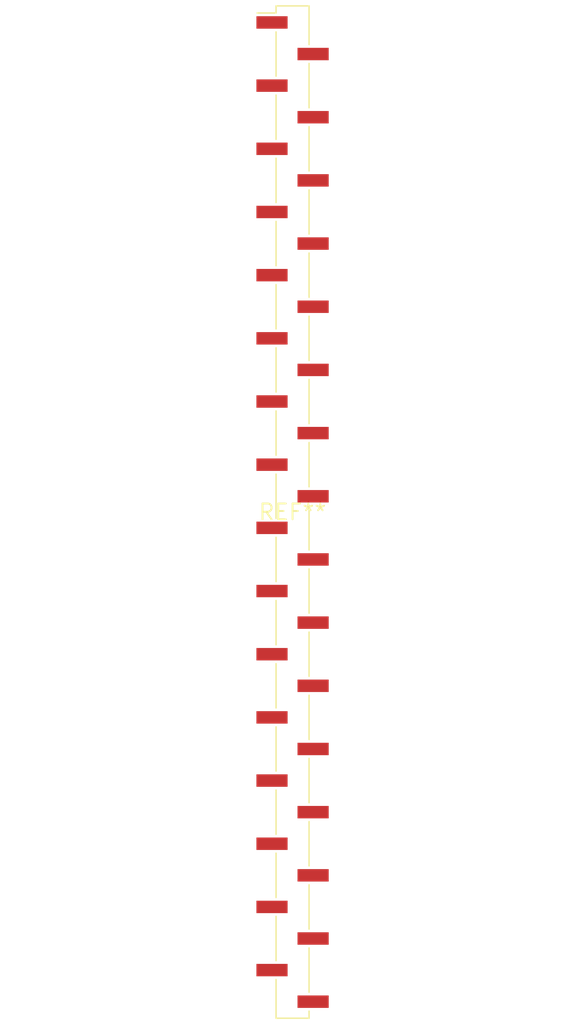
<source format=kicad_pcb>
(kicad_pcb (version 20240108) (generator pcbnew)
  (layers (0 "F.Cu" signal) (31 "B.Cu" signal) (34 "B.Paste" user) (35 "F.Paste" user) (36 "B.SilkS" user "B.Silkscreen") (37 "F.SilkS" user "F.Silkscreen") (38 "B.Mask" user) (39 "F.Mask" user) (44 "Edge.Cuts" user))
  (net 0 "")
  (footprint "PinHeader_1x32_P2.54mm_Vertical_SMD_Pin1Left" (layer "F.Cu") (at 0 0)
    (property "Reference" "REF**")
    (property "Value" "PinHeader_1x32_P2.54mm_Vertical_SMD_Pin1Left")
    (fp_line (start -1.33 -40.7) (end -1.33 -40.13) (layer "F.SilkS") (stroke (width 0.12)))
    (fp_line (start -1.33 -40.7) (end 1.33 -40.7) (layer "F.SilkS") (stroke (width 0.12)))
    (fp_line (start -1.33 -40.13) (end -2.85 -40.13) (layer "F.SilkS") (stroke (width 0.12)))
    (fp_line (start -1.33 -38.61) (end -1.33 -35.05) (layer "F.SilkS") (stroke (width 0.12)))
    (fp_line (start -1.33 -33.53) (end -1.33 -29.97) (layer "F.SilkS") (stroke (width 0.12)))
    (fp_line (start -1.33 -28.45) (end -1.33 -24.89) (layer "F.SilkS") (stroke (width 0.12)))
    (fp_line (start -1.33 -23.37) (end -1.33 -19.81) (layer "F.SilkS") (stroke (width 0.12)))
    (fp_line (start -1.33 -18.29) (end -1.33 -14.73) (layer "F.SilkS") (stroke (width 0.12)))
    (fp_line (start -1.33 -13.21) (end -1.33 -9.65) (layer "F.SilkS") (stroke (width 0.12)))
    (fp_line (start -1.33 -8.13) (end -1.33 -4.57) (layer "F.SilkS") (stroke (width 0.12)))
    (fp_line (start -1.33 -3.05) (end -1.33 0.51) (layer "F.SilkS") (stroke (width 0.12)))
    (fp_line (start -1.33 2.03) (end -1.33 5.59) (layer "F.SilkS") (stroke (width 0.12)))
    (fp_line (start -1.33 7.11) (end -1.33 10.67) (layer "F.SilkS") (stroke (width 0.12)))
    (fp_line (start -1.33 12.19) (end -1.33 15.75) (layer "F.SilkS") (stroke (width 0.12)))
    (fp_line (start -1.33 17.27) (end -1.33 20.83) (layer "F.SilkS") (stroke (width 0.12)))
    (fp_line (start -1.33 22.35) (end -1.33 25.91) (layer "F.SilkS") (stroke (width 0.12)))
    (fp_line (start -1.33 27.43) (end -1.33 30.99) (layer "F.SilkS") (stroke (width 0.12)))
    (fp_line (start -1.33 32.51) (end -1.33 36.07) (layer "F.SilkS") (stroke (width 0.12)))
    (fp_line (start -1.33 37.59) (end -1.33 40.7) (layer "F.SilkS") (stroke (width 0.12)))
    (fp_line (start -1.33 40.7) (end 1.33 40.7) (layer "F.SilkS") (stroke (width 0.12)))
    (fp_line (start 1.33 -40.7) (end 1.33 -37.59) (layer "F.SilkS") (stroke (width 0.12)))
    (fp_line (start 1.33 -36.07) (end 1.33 -32.51) (layer "F.SilkS") (stroke (width 0.12)))
    (fp_line (start 1.33 -30.99) (end 1.33 -27.43) (layer "F.SilkS") (stroke (width 0.12)))
    (fp_line (start 1.33 -25.91) (end 1.33 -22.35) (layer "F.SilkS") (stroke (width 0.12)))
    (fp_line (start 1.33 -20.83) (end 1.33 -17.27) (layer "F.SilkS") (stroke (width 0.12)))
    (fp_line (start 1.33 -15.75) (end 1.33 -12.19) (layer "F.SilkS") (stroke (width 0.12)))
    (fp_line (start 1.33 -10.67) (end 1.33 -7.11) (layer "F.SilkS") (stroke (width 0.12)))
    (fp_line (start 1.33 -5.59) (end 1.33 -2.03) (layer "F.SilkS") (stroke (width 0.12)))
    (fp_line (start 1.33 -0.51) (end 1.33 3.05) (layer "F.SilkS") (stroke (width 0.12)))
    (fp_line (start 1.33 4.57) (end 1.33 8.13) (layer "F.SilkS") (stroke (width 0.12)))
    (fp_line (start 1.33 9.65) (end 1.33 13.21) (layer "F.SilkS") (stroke (width 0.12)))
    (fp_line (start 1.33 14.73) (end 1.33 18.29) (layer "F.SilkS") (stroke (width 0.12)))
    (fp_line (start 1.33 19.81) (end 1.33 23.37) (layer "F.SilkS") (stroke (width 0.12)))
    (fp_line (start 1.33 24.89) (end 1.33 28.45) (layer "F.SilkS") (stroke (width 0.12)))
    (fp_line (start 1.33 29.97) (end 1.33 33.53) (layer "F.SilkS") (stroke (width 0.12)))
    (fp_line (start 1.33 35.05) (end 1.33 38.61) (layer "F.SilkS") (stroke (width 0.12)))
    (fp_line (start 1.33 40.13) (end 1.33 40.7) (layer "F.SilkS") (stroke (width 0.12)))
    (pad "1" smd rect (at -1.655 -39.37) (size 2.51 1) (layers "F.Cu" "F.Paste" "F.Mask"))
    (pad "2" smd rect (at 1.655 -36.83) (size 2.51 1) (layers "F.Cu" "F.Paste" "F.Mask"))
    (pad "3" smd rect (at -1.655 -34.29) (size 2.51 1) (layers "F.Cu" "F.Paste" "F.Mask"))
    (pad "4" smd rect (at 1.655 -31.75) (size 2.51 1) (layers "F.Cu" "F.Paste" "F.Mask"))
    (pad "5" smd rect (at -1.655 -29.21) (size 2.51 1) (layers "F.Cu" "F.Paste" "F.Mask"))
    (pad "6" smd rect (at 1.655 -26.67) (size 2.51 1) (layers "F.Cu" "F.Paste" "F.Mask"))
    (pad "7" smd rect (at -1.655 -24.13) (size 2.51 1) (layers "F.Cu" "F.Paste" "F.Mask"))
    (pad "8" smd rect (at 1.655 -21.59) (size 2.51 1) (layers "F.Cu" "F.Paste" "F.Mask"))
    (pad "9" smd rect (at -1.655 -19.05) (size 2.51 1) (layers "F.Cu" "F.Paste" "F.Mask"))
    (pad "10" smd rect (at 1.655 -16.51) (size 2.51 1) (layers "F.Cu" "F.Paste" "F.Mask"))
    (pad "11" smd rect (at -1.655 -13.97) (size 2.51 1) (layers "F.Cu" "F.Paste" "F.Mask"))
    (pad "12" smd rect (at 1.655 -11.43) (size 2.51 1) (layers "F.Cu" "F.Paste" "F.Mask"))
    (pad "13" smd rect (at -1.655 -8.89) (size 2.51 1) (layers "F.Cu" "F.Paste" "F.Mask"))
    (pad "14" smd rect (at 1.655 -6.35) (size 2.51 1) (layers "F.Cu" "F.Paste" "F.Mask"))
    (pad "15" smd rect (at -1.655 -3.81) (size 2.51 1) (layers "F.Cu" "F.Paste" "F.Mask"))
    (pad "16" smd rect (at 1.655 -1.27) (size 2.51 1) (layers "F.Cu" "F.Paste" "F.Mask"))
    (pad "17" smd rect (at -1.655 1.27) (size 2.51 1) (layers "F.Cu" "F.Paste" "F.Mask"))
    (pad "18" smd rect (at 1.655 3.81) (size 2.51 1) (layers "F.Cu" "F.Paste" "F.Mask"))
    (pad "19" smd rect (at -1.655 6.35) (size 2.51 1) (layers "F.Cu" "F.Paste" "F.Mask"))
    (pad "20" smd rect (at 1.655 8.89) (size 2.51 1) (layers "F.Cu" "F.Paste" "F.Mask"))
    (pad "21" smd rect (at -1.655 11.43) (size 2.51 1) (layers "F.Cu" "F.Paste" "F.Mask"))
    (pad "22" smd rect (at 1.655 13.97) (size 2.51 1) (layers "F.Cu" "F.Paste" "F.Mask"))
    (pad "23" smd rect (at -1.655 16.51) (size 2.51 1) (layers "F.Cu" "F.Paste" "F.Mask"))
    (pad "24" smd rect (at 1.655 19.05) (size 2.51 1) (layers "F.Cu" "F.Paste" "F.Mask"))
    (pad "25" smd rect (at -1.655 21.59) (size 2.51 1) (layers "F.Cu" "F.Paste" "F.Mask"))
    (pad "26" smd rect (at 1.655 24.13) (size 2.51 1) (layers "F.Cu" "F.Paste" "F.Mask"))
    (pad "27" smd rect (at -1.655 26.67) (size 2.51 1) (layers "F.Cu" "F.Paste" "F.Mask"))
    (pad "28" smd rect (at 1.655 29.21) (size 2.51 1) (layers "F.Cu" "F.Paste" "F.Mask"))
    (pad "29" smd rect (at -1.655 31.75) (size 2.51 1) (layers "F.Cu" "F.Paste" "F.Mask"))
    (pad "30" smd rect (at 1.655 34.29) (size 2.51 1) (layers "F.Cu" "F.Paste" "F.Mask"))
    (pad "31" smd rect (at -1.655 36.83) (size 2.51 1) (layers "F.Cu" "F.Paste" "F.Mask"))
    (pad "32" smd rect (at 1.655 39.37) (size 2.51 1) (layers "F.Cu" "F.Paste" "F.Mask"))
  )
)
</source>
